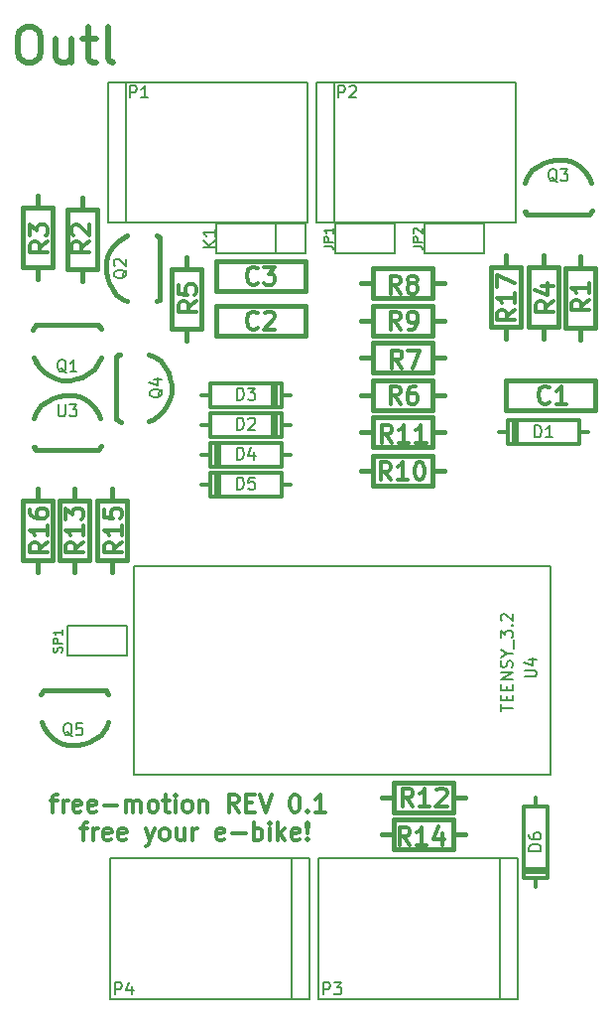
<source format=gto>
G04 (created by PCBNEW (2013-07-07 BZR 4022)-stable) date 23.08.2017 13:38:22*
%MOIN*%
G04 Gerber Fmt 3.4, Leading zero omitted, Abs format*
%FSLAX34Y34*%
G01*
G70*
G90*
G04 APERTURE LIST*
%ADD10C,0.00590551*%
%ADD11C,0.011811*%
%ADD12C,0.015*%
%ADD13C,0.006*%
%ADD14C,0.012*%
%ADD15C,0.008*%
%ADD16C,0.0197*%
G04 APERTURE END LIST*
G54D10*
G54D11*
X51434Y-39845D02*
X51659Y-39845D01*
X51519Y-40239D02*
X51519Y-39732D01*
X51547Y-39676D01*
X51603Y-39648D01*
X51659Y-39648D01*
X51856Y-40239D02*
X51856Y-39845D01*
X51856Y-39957D02*
X51884Y-39901D01*
X51913Y-39873D01*
X51969Y-39845D01*
X52025Y-39845D01*
X52447Y-40210D02*
X52391Y-40239D01*
X52278Y-40239D01*
X52222Y-40210D01*
X52194Y-40154D01*
X52194Y-39929D01*
X52222Y-39873D01*
X52278Y-39845D01*
X52391Y-39845D01*
X52447Y-39873D01*
X52475Y-39929D01*
X52475Y-39985D01*
X52194Y-40042D01*
X52953Y-40210D02*
X52897Y-40239D01*
X52784Y-40239D01*
X52728Y-40210D01*
X52700Y-40154D01*
X52700Y-39929D01*
X52728Y-39873D01*
X52784Y-39845D01*
X52897Y-39845D01*
X52953Y-39873D01*
X52981Y-39929D01*
X52981Y-39985D01*
X52700Y-40042D01*
X53234Y-40014D02*
X53684Y-40014D01*
X53965Y-40239D02*
X53965Y-39845D01*
X53965Y-39901D02*
X53994Y-39873D01*
X54050Y-39845D01*
X54134Y-39845D01*
X54190Y-39873D01*
X54219Y-39929D01*
X54219Y-40239D01*
X54219Y-39929D02*
X54247Y-39873D01*
X54303Y-39845D01*
X54387Y-39845D01*
X54443Y-39873D01*
X54472Y-39929D01*
X54472Y-40239D01*
X54837Y-40239D02*
X54781Y-40210D01*
X54753Y-40182D01*
X54725Y-40126D01*
X54725Y-39957D01*
X54753Y-39901D01*
X54781Y-39873D01*
X54837Y-39845D01*
X54922Y-39845D01*
X54978Y-39873D01*
X55006Y-39901D01*
X55034Y-39957D01*
X55034Y-40126D01*
X55006Y-40182D01*
X54978Y-40210D01*
X54922Y-40239D01*
X54837Y-40239D01*
X55203Y-39845D02*
X55428Y-39845D01*
X55287Y-39648D02*
X55287Y-40154D01*
X55315Y-40210D01*
X55371Y-40239D01*
X55428Y-40239D01*
X55625Y-40239D02*
X55625Y-39845D01*
X55625Y-39648D02*
X55596Y-39676D01*
X55625Y-39704D01*
X55653Y-39676D01*
X55625Y-39648D01*
X55625Y-39704D01*
X55990Y-40239D02*
X55934Y-40210D01*
X55906Y-40182D01*
X55878Y-40126D01*
X55878Y-39957D01*
X55906Y-39901D01*
X55934Y-39873D01*
X55990Y-39845D01*
X56075Y-39845D01*
X56131Y-39873D01*
X56159Y-39901D01*
X56187Y-39957D01*
X56187Y-40126D01*
X56159Y-40182D01*
X56131Y-40210D01*
X56075Y-40239D01*
X55990Y-40239D01*
X56440Y-39845D02*
X56440Y-40239D01*
X56440Y-39901D02*
X56468Y-39873D01*
X56524Y-39845D01*
X56609Y-39845D01*
X56665Y-39873D01*
X56693Y-39929D01*
X56693Y-40239D01*
X57762Y-40239D02*
X57565Y-39957D01*
X57424Y-40239D02*
X57424Y-39648D01*
X57649Y-39648D01*
X57706Y-39676D01*
X57734Y-39704D01*
X57762Y-39760D01*
X57762Y-39845D01*
X57734Y-39901D01*
X57706Y-39929D01*
X57649Y-39957D01*
X57424Y-39957D01*
X58015Y-39929D02*
X58212Y-39929D01*
X58296Y-40239D02*
X58015Y-40239D01*
X58015Y-39648D01*
X58296Y-39648D01*
X58465Y-39648D02*
X58662Y-40239D01*
X58859Y-39648D01*
X59618Y-39648D02*
X59674Y-39648D01*
X59730Y-39676D01*
X59758Y-39704D01*
X59787Y-39760D01*
X59815Y-39873D01*
X59815Y-40014D01*
X59787Y-40126D01*
X59758Y-40182D01*
X59730Y-40210D01*
X59674Y-40239D01*
X59618Y-40239D01*
X59562Y-40210D01*
X59533Y-40182D01*
X59505Y-40126D01*
X59477Y-40014D01*
X59477Y-39873D01*
X59505Y-39760D01*
X59533Y-39704D01*
X59562Y-39676D01*
X59618Y-39648D01*
X60068Y-40182D02*
X60096Y-40210D01*
X60068Y-40239D01*
X60040Y-40210D01*
X60068Y-40182D01*
X60068Y-40239D01*
X60658Y-40239D02*
X60321Y-40239D01*
X60490Y-40239D02*
X60490Y-39648D01*
X60433Y-39732D01*
X60377Y-39789D01*
X60321Y-39817D01*
X52447Y-40790D02*
X52672Y-40790D01*
X52531Y-41183D02*
X52531Y-40677D01*
X52559Y-40621D01*
X52616Y-40593D01*
X52672Y-40593D01*
X52869Y-41183D02*
X52869Y-40790D01*
X52869Y-40902D02*
X52897Y-40846D01*
X52925Y-40818D01*
X52981Y-40790D01*
X53037Y-40790D01*
X53459Y-41155D02*
X53403Y-41183D01*
X53291Y-41183D01*
X53234Y-41155D01*
X53206Y-41099D01*
X53206Y-40874D01*
X53234Y-40818D01*
X53291Y-40790D01*
X53403Y-40790D01*
X53459Y-40818D01*
X53487Y-40874D01*
X53487Y-40930D01*
X53206Y-40987D01*
X53965Y-41155D02*
X53909Y-41183D01*
X53797Y-41183D01*
X53740Y-41155D01*
X53712Y-41099D01*
X53712Y-40874D01*
X53740Y-40818D01*
X53797Y-40790D01*
X53909Y-40790D01*
X53965Y-40818D01*
X53994Y-40874D01*
X53994Y-40930D01*
X53712Y-40987D01*
X54640Y-40790D02*
X54781Y-41183D01*
X54922Y-40790D02*
X54781Y-41183D01*
X54725Y-41324D01*
X54697Y-41352D01*
X54640Y-41380D01*
X55231Y-41183D02*
X55175Y-41155D01*
X55147Y-41127D01*
X55118Y-41071D01*
X55118Y-40902D01*
X55147Y-40846D01*
X55175Y-40818D01*
X55231Y-40790D01*
X55315Y-40790D01*
X55371Y-40818D01*
X55400Y-40846D01*
X55428Y-40902D01*
X55428Y-41071D01*
X55400Y-41127D01*
X55371Y-41155D01*
X55315Y-41183D01*
X55231Y-41183D01*
X55934Y-40790D02*
X55934Y-41183D01*
X55681Y-40790D02*
X55681Y-41099D01*
X55709Y-41155D01*
X55765Y-41183D01*
X55850Y-41183D01*
X55906Y-41155D01*
X55934Y-41127D01*
X56215Y-41183D02*
X56215Y-40790D01*
X56215Y-40902D02*
X56243Y-40846D01*
X56271Y-40818D01*
X56328Y-40790D01*
X56384Y-40790D01*
X57256Y-41155D02*
X57199Y-41183D01*
X57087Y-41183D01*
X57031Y-41155D01*
X57003Y-41099D01*
X57003Y-40874D01*
X57031Y-40818D01*
X57087Y-40790D01*
X57199Y-40790D01*
X57256Y-40818D01*
X57284Y-40874D01*
X57284Y-40930D01*
X57003Y-40987D01*
X57537Y-40958D02*
X57987Y-40958D01*
X58268Y-41183D02*
X58268Y-40593D01*
X58268Y-40818D02*
X58324Y-40790D01*
X58437Y-40790D01*
X58493Y-40818D01*
X58521Y-40846D01*
X58549Y-40902D01*
X58549Y-41071D01*
X58521Y-41127D01*
X58493Y-41155D01*
X58437Y-41183D01*
X58324Y-41183D01*
X58268Y-41155D01*
X58802Y-41183D02*
X58802Y-40790D01*
X58802Y-40593D02*
X58774Y-40621D01*
X58802Y-40649D01*
X58830Y-40621D01*
X58802Y-40593D01*
X58802Y-40649D01*
X59084Y-41183D02*
X59084Y-40593D01*
X59140Y-40958D02*
X59308Y-41183D01*
X59308Y-40790D02*
X59084Y-41015D01*
X59787Y-41155D02*
X59730Y-41183D01*
X59618Y-41183D01*
X59562Y-41155D01*
X59533Y-41099D01*
X59533Y-40874D01*
X59562Y-40818D01*
X59618Y-40790D01*
X59730Y-40790D01*
X59787Y-40818D01*
X59815Y-40874D01*
X59815Y-40930D01*
X59533Y-40987D01*
X60068Y-41127D02*
X60096Y-41155D01*
X60068Y-41183D01*
X60040Y-41155D01*
X60068Y-41127D01*
X60068Y-41183D01*
X60068Y-40958D02*
X60040Y-40621D01*
X60068Y-40593D01*
X60096Y-40621D01*
X60068Y-40958D01*
X60068Y-40593D01*
G54D12*
X53900Y-23050D02*
X54000Y-23100D01*
X55100Y-23050D02*
X55000Y-23100D01*
X53890Y-20955D02*
X54010Y-20900D01*
X53300Y-22000D02*
X53300Y-21800D01*
X53300Y-21800D02*
X53350Y-21600D01*
X53350Y-21600D02*
X53450Y-21400D01*
X53450Y-21400D02*
X53550Y-21250D01*
X53550Y-21250D02*
X53700Y-21100D01*
X53700Y-21100D02*
X53900Y-20950D01*
X55000Y-20900D02*
X55100Y-20950D01*
X53900Y-23050D02*
X53650Y-22900D01*
X53650Y-22900D02*
X53500Y-22650D01*
X53500Y-22650D02*
X53400Y-22500D01*
X53400Y-22500D02*
X53350Y-22300D01*
X53350Y-22300D02*
X53300Y-22100D01*
X53300Y-22100D02*
X53300Y-22000D01*
X55100Y-23050D02*
X55100Y-20950D01*
X51000Y-21969D02*
X51000Y-22369D01*
X51000Y-19969D02*
X51000Y-19569D01*
X50500Y-21969D02*
X50500Y-19969D01*
X50500Y-19969D02*
X51500Y-19969D01*
X51500Y-19969D02*
X51500Y-21969D01*
X51500Y-21969D02*
X50500Y-21969D01*
X52250Y-29781D02*
X52250Y-29381D01*
X52250Y-31781D02*
X52250Y-32181D01*
X52750Y-29781D02*
X52750Y-31781D01*
X52750Y-31781D02*
X51750Y-31781D01*
X51750Y-31781D02*
X51750Y-29781D01*
X51750Y-29781D02*
X52750Y-29781D01*
X53500Y-29781D02*
X53500Y-29381D01*
X53500Y-31781D02*
X53500Y-32181D01*
X54000Y-29781D02*
X54000Y-31781D01*
X54000Y-31781D02*
X53000Y-31781D01*
X53000Y-31781D02*
X53000Y-29781D01*
X53000Y-29781D02*
X54000Y-29781D01*
X66750Y-23969D02*
X66750Y-24369D01*
X66750Y-21969D02*
X66750Y-21569D01*
X66250Y-23969D02*
X66250Y-21969D01*
X66250Y-21969D02*
X67250Y-21969D01*
X67250Y-21969D02*
X67250Y-23969D01*
X67250Y-23969D02*
X66250Y-23969D01*
X51000Y-29781D02*
X51000Y-29381D01*
X51000Y-31781D02*
X51000Y-32181D01*
X51500Y-29781D02*
X51500Y-31781D01*
X51500Y-31781D02*
X50500Y-31781D01*
X50500Y-31781D02*
X50500Y-29781D01*
X50500Y-29781D02*
X51500Y-29781D01*
X68000Y-23969D02*
X68000Y-24369D01*
X68000Y-21969D02*
X68000Y-21569D01*
X67500Y-23969D02*
X67500Y-21969D01*
X67500Y-21969D02*
X68500Y-21969D01*
X68500Y-21969D02*
X68500Y-23969D01*
X68500Y-23969D02*
X67500Y-23969D01*
X62281Y-22500D02*
X61881Y-22500D01*
X64281Y-22500D02*
X64681Y-22500D01*
X62281Y-22000D02*
X64281Y-22000D01*
X64281Y-22000D02*
X64281Y-23000D01*
X64281Y-23000D02*
X62281Y-23000D01*
X62281Y-23000D02*
X62281Y-22000D01*
X64269Y-25000D02*
X64669Y-25000D01*
X62269Y-25000D02*
X61869Y-25000D01*
X64269Y-25500D02*
X62269Y-25500D01*
X62269Y-25500D02*
X62269Y-24500D01*
X62269Y-24500D02*
X64269Y-24500D01*
X64269Y-24500D02*
X64269Y-25500D01*
X62281Y-23750D02*
X61881Y-23750D01*
X64281Y-23750D02*
X64681Y-23750D01*
X62281Y-23250D02*
X64281Y-23250D01*
X64281Y-23250D02*
X64281Y-24250D01*
X64281Y-24250D02*
X62281Y-24250D01*
X62281Y-24250D02*
X62281Y-23250D01*
X56000Y-22031D02*
X56000Y-21631D01*
X56000Y-24031D02*
X56000Y-24431D01*
X56500Y-22031D02*
X56500Y-24031D01*
X56500Y-24031D02*
X55500Y-24031D01*
X55500Y-24031D02*
X55500Y-22031D01*
X55500Y-22031D02*
X56500Y-22031D01*
X52500Y-20031D02*
X52500Y-19631D01*
X52500Y-22031D02*
X52500Y-22431D01*
X53000Y-20031D02*
X53000Y-22031D01*
X53000Y-22031D02*
X52000Y-22031D01*
X52000Y-22031D02*
X52000Y-20031D01*
X52000Y-20031D02*
X53000Y-20031D01*
X64269Y-28800D02*
X64669Y-28800D01*
X62269Y-28800D02*
X61869Y-28800D01*
X64269Y-29300D02*
X62269Y-29300D01*
X62269Y-29300D02*
X62269Y-28300D01*
X62269Y-28300D02*
X64269Y-28300D01*
X64269Y-28300D02*
X64269Y-29300D01*
X62281Y-27500D02*
X61881Y-27500D01*
X64281Y-27500D02*
X64681Y-27500D01*
X62281Y-27000D02*
X64281Y-27000D01*
X64281Y-27000D02*
X64281Y-28000D01*
X64281Y-28000D02*
X62281Y-28000D01*
X62281Y-28000D02*
X62281Y-27000D01*
X64969Y-41000D02*
X65369Y-41000D01*
X62969Y-41000D02*
X62569Y-41000D01*
X64969Y-41500D02*
X62969Y-41500D01*
X62969Y-41500D02*
X62969Y-40500D01*
X62969Y-40500D02*
X64969Y-40500D01*
X64969Y-40500D02*
X64969Y-41500D01*
X64969Y-39750D02*
X65369Y-39750D01*
X62969Y-39750D02*
X62569Y-39750D01*
X64969Y-40250D02*
X62969Y-40250D01*
X62969Y-40250D02*
X62969Y-39250D01*
X62969Y-39250D02*
X64969Y-39250D01*
X64969Y-39250D02*
X64969Y-40250D01*
X69250Y-21981D02*
X69250Y-21581D01*
X69250Y-23981D02*
X69250Y-24381D01*
X69750Y-21981D02*
X69750Y-23981D01*
X69750Y-23981D02*
X68750Y-23981D01*
X68750Y-23981D02*
X68750Y-21981D01*
X68750Y-21981D02*
X69750Y-21981D01*
X62281Y-26250D02*
X61881Y-26250D01*
X64281Y-26250D02*
X64681Y-26250D01*
X62281Y-25750D02*
X64281Y-25750D01*
X64281Y-25750D02*
X64281Y-26750D01*
X64281Y-26750D02*
X62281Y-26750D01*
X62281Y-26750D02*
X62281Y-25750D01*
G54D13*
X60000Y-20500D02*
X60000Y-21500D01*
X60000Y-21500D02*
X57000Y-21500D01*
X57000Y-21500D02*
X57000Y-20500D01*
X57000Y-20500D02*
X60000Y-20500D01*
X59000Y-21500D02*
X59000Y-20500D01*
X54000Y-34000D02*
X54000Y-35000D01*
X54000Y-35000D02*
X52000Y-35000D01*
X52000Y-35000D02*
X52000Y-34000D01*
X52000Y-34000D02*
X54000Y-34000D01*
X64000Y-21500D02*
X64000Y-20500D01*
X64000Y-20500D02*
X66000Y-20500D01*
X66000Y-20500D02*
X66000Y-21500D01*
X66000Y-21500D02*
X64000Y-21500D01*
X61000Y-21500D02*
X61000Y-20500D01*
X61000Y-20500D02*
X63000Y-20500D01*
X63000Y-20500D02*
X63000Y-21500D01*
X63000Y-21500D02*
X61000Y-21500D01*
G54D14*
X66500Y-27500D02*
X66800Y-27500D01*
X66800Y-27500D02*
X66800Y-27900D01*
X66800Y-27900D02*
X69200Y-27900D01*
X69200Y-27900D02*
X69200Y-27500D01*
X69200Y-27500D02*
X69500Y-27500D01*
X69200Y-27500D02*
X69200Y-27100D01*
X69200Y-27100D02*
X66800Y-27100D01*
X66800Y-27100D02*
X66800Y-27500D01*
X67000Y-27900D02*
X67000Y-27100D01*
X67100Y-27100D02*
X67100Y-27900D01*
X56500Y-29250D02*
X56800Y-29250D01*
X56800Y-29250D02*
X56800Y-29650D01*
X56800Y-29650D02*
X59200Y-29650D01*
X59200Y-29650D02*
X59200Y-29250D01*
X59200Y-29250D02*
X59500Y-29250D01*
X59200Y-29250D02*
X59200Y-28850D01*
X59200Y-28850D02*
X56800Y-28850D01*
X56800Y-28850D02*
X56800Y-29250D01*
X57000Y-29650D02*
X57000Y-28850D01*
X57100Y-28850D02*
X57100Y-29650D01*
X56500Y-28250D02*
X56800Y-28250D01*
X56800Y-28250D02*
X56800Y-28650D01*
X56800Y-28650D02*
X59200Y-28650D01*
X59200Y-28650D02*
X59200Y-28250D01*
X59200Y-28250D02*
X59500Y-28250D01*
X59200Y-28250D02*
X59200Y-27850D01*
X59200Y-27850D02*
X56800Y-27850D01*
X56800Y-27850D02*
X56800Y-28250D01*
X57000Y-28650D02*
X57000Y-27850D01*
X57100Y-27850D02*
X57100Y-28650D01*
X59500Y-27250D02*
X59200Y-27250D01*
X59200Y-27250D02*
X59200Y-26850D01*
X59200Y-26850D02*
X56800Y-26850D01*
X56800Y-26850D02*
X56800Y-27250D01*
X56800Y-27250D02*
X56500Y-27250D01*
X56800Y-27250D02*
X56800Y-27650D01*
X56800Y-27650D02*
X59200Y-27650D01*
X59200Y-27650D02*
X59200Y-27250D01*
X59000Y-26850D02*
X59000Y-27650D01*
X58900Y-27650D02*
X58900Y-26850D01*
X59500Y-26250D02*
X59200Y-26250D01*
X59200Y-26250D02*
X59200Y-25850D01*
X59200Y-25850D02*
X56800Y-25850D01*
X56800Y-25850D02*
X56800Y-26250D01*
X56800Y-26250D02*
X56500Y-26250D01*
X56800Y-26250D02*
X56800Y-26650D01*
X56800Y-26650D02*
X59200Y-26650D01*
X59200Y-26650D02*
X59200Y-26250D01*
X59000Y-25850D02*
X59000Y-26650D01*
X58900Y-26650D02*
X58900Y-25850D01*
X67750Y-42750D02*
X67750Y-42450D01*
X67750Y-42450D02*
X68150Y-42450D01*
X68150Y-42450D02*
X68150Y-40050D01*
X68150Y-40050D02*
X67750Y-40050D01*
X67750Y-40050D02*
X67750Y-39750D01*
X67750Y-40050D02*
X67350Y-40050D01*
X67350Y-40050D02*
X67350Y-42450D01*
X67350Y-42450D02*
X67750Y-42450D01*
X68150Y-42250D02*
X67350Y-42250D01*
X67350Y-42150D02*
X68150Y-42150D01*
G54D12*
X60000Y-24250D02*
X60000Y-23250D01*
X60000Y-23250D02*
X57000Y-23250D01*
X57000Y-23250D02*
X57000Y-24250D01*
X57000Y-24250D02*
X60000Y-24250D01*
X60000Y-22750D02*
X60000Y-21750D01*
X60000Y-21750D02*
X57000Y-21750D01*
X57000Y-21750D02*
X57000Y-22750D01*
X57000Y-22750D02*
X60000Y-22750D01*
X69750Y-26750D02*
X69750Y-25750D01*
X69750Y-25750D02*
X66750Y-25750D01*
X66750Y-25750D02*
X66750Y-26750D01*
X66750Y-26750D02*
X69750Y-26750D01*
X51200Y-36150D02*
X51100Y-36300D01*
X53300Y-37410D02*
X53380Y-37225D01*
X53350Y-36205D02*
X53380Y-36275D01*
X51205Y-37390D02*
X51135Y-37225D01*
X52250Y-38000D02*
X52050Y-38000D01*
X52050Y-38000D02*
X51850Y-37950D01*
X51850Y-37950D02*
X51650Y-37850D01*
X51650Y-37850D02*
X51500Y-37750D01*
X51500Y-37750D02*
X51350Y-37600D01*
X51350Y-37600D02*
X51200Y-37400D01*
X53300Y-37400D02*
X53150Y-37650D01*
X53150Y-37650D02*
X52900Y-37800D01*
X52900Y-37800D02*
X52750Y-37900D01*
X52750Y-37900D02*
X52550Y-37950D01*
X52550Y-37950D02*
X52350Y-38000D01*
X52350Y-38000D02*
X52250Y-38000D01*
X53300Y-36150D02*
X53350Y-36250D01*
X53300Y-36150D02*
X51200Y-36150D01*
X69550Y-20200D02*
X69650Y-20050D01*
X67450Y-18940D02*
X67370Y-19125D01*
X67400Y-20145D02*
X67370Y-20075D01*
X69545Y-18960D02*
X69615Y-19125D01*
X68500Y-18350D02*
X68700Y-18350D01*
X68700Y-18350D02*
X68900Y-18400D01*
X68900Y-18400D02*
X69100Y-18500D01*
X69100Y-18500D02*
X69250Y-18600D01*
X69250Y-18600D02*
X69400Y-18750D01*
X69400Y-18750D02*
X69550Y-18950D01*
X67450Y-18950D02*
X67600Y-18700D01*
X67600Y-18700D02*
X67850Y-18550D01*
X67850Y-18550D02*
X68000Y-18450D01*
X68000Y-18450D02*
X68200Y-18400D01*
X68200Y-18400D02*
X68400Y-18350D01*
X68400Y-18350D02*
X68500Y-18350D01*
X67450Y-20200D02*
X67400Y-20100D01*
X67450Y-20200D02*
X69550Y-20200D01*
X50950Y-23900D02*
X50850Y-24050D01*
X53050Y-25160D02*
X53130Y-24975D01*
X53100Y-23955D02*
X53130Y-24025D01*
X50955Y-25140D02*
X50885Y-24975D01*
X52000Y-25750D02*
X51800Y-25750D01*
X51800Y-25750D02*
X51600Y-25700D01*
X51600Y-25700D02*
X51400Y-25600D01*
X51400Y-25600D02*
X51250Y-25500D01*
X51250Y-25500D02*
X51100Y-25350D01*
X51100Y-25350D02*
X50950Y-25150D01*
X53050Y-25150D02*
X52900Y-25400D01*
X52900Y-25400D02*
X52650Y-25550D01*
X52650Y-25550D02*
X52500Y-25650D01*
X52500Y-25650D02*
X52300Y-25700D01*
X52300Y-25700D02*
X52100Y-25750D01*
X52100Y-25750D02*
X52000Y-25750D01*
X53050Y-23900D02*
X53100Y-24000D01*
X53050Y-23900D02*
X50950Y-23900D01*
X53650Y-27050D02*
X53800Y-27150D01*
X54910Y-24950D02*
X54725Y-24870D01*
X53705Y-24900D02*
X53775Y-24870D01*
X54890Y-27045D02*
X54725Y-27115D01*
X55500Y-26000D02*
X55500Y-26200D01*
X55500Y-26200D02*
X55450Y-26400D01*
X55450Y-26400D02*
X55350Y-26600D01*
X55350Y-26600D02*
X55250Y-26750D01*
X55250Y-26750D02*
X55100Y-26900D01*
X55100Y-26900D02*
X54900Y-27050D01*
X54900Y-24950D02*
X55150Y-25100D01*
X55150Y-25100D02*
X55300Y-25350D01*
X55300Y-25350D02*
X55400Y-25500D01*
X55400Y-25500D02*
X55450Y-25700D01*
X55450Y-25700D02*
X55500Y-25900D01*
X55500Y-25900D02*
X55500Y-26000D01*
X53650Y-24950D02*
X53750Y-24900D01*
X53650Y-24950D02*
X53650Y-27050D01*
G54D10*
X53956Y-20468D02*
X53464Y-20468D01*
X53464Y-20468D02*
X53366Y-20468D01*
X53366Y-20468D02*
X53366Y-15744D01*
X53366Y-15744D02*
X53956Y-15744D01*
X53956Y-15744D02*
X60059Y-15744D01*
X60059Y-15744D02*
X60059Y-18500D01*
X60059Y-18500D02*
X60059Y-20468D01*
X60059Y-20468D02*
X53956Y-20468D01*
X53956Y-20468D02*
X53956Y-18500D01*
X53956Y-18500D02*
X53956Y-15744D01*
X60956Y-20468D02*
X60464Y-20468D01*
X60464Y-20468D02*
X60366Y-20468D01*
X60366Y-20468D02*
X60366Y-15744D01*
X60366Y-15744D02*
X60956Y-15744D01*
X60956Y-15744D02*
X67059Y-15744D01*
X67059Y-15744D02*
X67059Y-18500D01*
X67059Y-18500D02*
X67059Y-20468D01*
X67059Y-20468D02*
X60956Y-20468D01*
X60956Y-20468D02*
X60956Y-18500D01*
X60956Y-18500D02*
X60956Y-15744D01*
X66543Y-41781D02*
X67035Y-41781D01*
X67035Y-41781D02*
X67133Y-41781D01*
X67133Y-41781D02*
X67133Y-46505D01*
X67133Y-46505D02*
X66543Y-46505D01*
X66543Y-46505D02*
X60440Y-46505D01*
X60440Y-46505D02*
X60440Y-43750D01*
X60440Y-43750D02*
X60440Y-41781D01*
X60440Y-41781D02*
X66543Y-41781D01*
X66543Y-41781D02*
X66543Y-43750D01*
X66543Y-43750D02*
X66543Y-46505D01*
X59543Y-41781D02*
X60035Y-41781D01*
X60035Y-41781D02*
X60133Y-41781D01*
X60133Y-41781D02*
X60133Y-46505D01*
X60133Y-46505D02*
X59543Y-46505D01*
X59543Y-46505D02*
X53440Y-46505D01*
X53440Y-46505D02*
X53440Y-43750D01*
X53440Y-43750D02*
X53440Y-41781D01*
X53440Y-41781D02*
X59543Y-41781D01*
X59543Y-41781D02*
X59543Y-43750D01*
X59543Y-43750D02*
X59543Y-46505D01*
G54D12*
X53050Y-28100D02*
X53150Y-27950D01*
X50950Y-26840D02*
X50870Y-27025D01*
X50900Y-28045D02*
X50870Y-27975D01*
X53045Y-26860D02*
X53115Y-27025D01*
X52000Y-26250D02*
X52200Y-26250D01*
X52200Y-26250D02*
X52400Y-26300D01*
X52400Y-26300D02*
X52600Y-26400D01*
X52600Y-26400D02*
X52750Y-26500D01*
X52750Y-26500D02*
X52900Y-26650D01*
X52900Y-26650D02*
X53050Y-26850D01*
X50950Y-26850D02*
X51100Y-26600D01*
X51100Y-26600D02*
X51350Y-26450D01*
X51350Y-26450D02*
X51500Y-26350D01*
X51500Y-26350D02*
X51700Y-26300D01*
X51700Y-26300D02*
X51900Y-26250D01*
X51900Y-26250D02*
X52000Y-26250D01*
X50950Y-28100D02*
X50900Y-28000D01*
X50950Y-28100D02*
X53050Y-28100D01*
G54D10*
X54250Y-32000D02*
X54250Y-39000D01*
X54250Y-39000D02*
X68250Y-39000D01*
X68250Y-39000D02*
X68250Y-32000D01*
X68250Y-32000D02*
X54250Y-32000D01*
X53996Y-22037D02*
X53978Y-22074D01*
X53940Y-22112D01*
X53884Y-22168D01*
X53865Y-22206D01*
X53865Y-22243D01*
X53959Y-22224D02*
X53940Y-22262D01*
X53903Y-22299D01*
X53828Y-22318D01*
X53696Y-22318D01*
X53621Y-22299D01*
X53584Y-22262D01*
X53565Y-22224D01*
X53565Y-22149D01*
X53584Y-22112D01*
X53621Y-22074D01*
X53696Y-22056D01*
X53828Y-22056D01*
X53903Y-22074D01*
X53940Y-22112D01*
X53959Y-22149D01*
X53959Y-22224D01*
X53603Y-21906D02*
X53584Y-21887D01*
X53565Y-21850D01*
X53565Y-21756D01*
X53584Y-21718D01*
X53603Y-21700D01*
X53640Y-21681D01*
X53678Y-21681D01*
X53734Y-21700D01*
X53959Y-21925D01*
X53959Y-21681D01*
G54D14*
X51342Y-21100D02*
X51057Y-21300D01*
X51342Y-21442D02*
X50742Y-21442D01*
X50742Y-21214D01*
X50771Y-21157D01*
X50800Y-21128D01*
X50857Y-21100D01*
X50942Y-21100D01*
X51000Y-21128D01*
X51028Y-21157D01*
X51057Y-21214D01*
X51057Y-21442D01*
X50742Y-20900D02*
X50742Y-20528D01*
X50971Y-20728D01*
X50971Y-20642D01*
X51000Y-20585D01*
X51028Y-20557D01*
X51085Y-20528D01*
X51228Y-20528D01*
X51285Y-20557D01*
X51314Y-20585D01*
X51342Y-20642D01*
X51342Y-20814D01*
X51314Y-20871D01*
X51285Y-20900D01*
X52542Y-31185D02*
X52257Y-31385D01*
X52542Y-31528D02*
X51942Y-31528D01*
X51942Y-31300D01*
X51971Y-31242D01*
X52000Y-31214D01*
X52057Y-31185D01*
X52142Y-31185D01*
X52200Y-31214D01*
X52228Y-31242D01*
X52257Y-31300D01*
X52257Y-31528D01*
X52542Y-30614D02*
X52542Y-30957D01*
X52542Y-30785D02*
X51942Y-30785D01*
X52028Y-30842D01*
X52085Y-30900D01*
X52114Y-30957D01*
X51942Y-30414D02*
X51942Y-30042D01*
X52171Y-30242D01*
X52171Y-30157D01*
X52200Y-30100D01*
X52228Y-30071D01*
X52285Y-30042D01*
X52428Y-30042D01*
X52485Y-30071D01*
X52514Y-30100D01*
X52542Y-30157D01*
X52542Y-30328D01*
X52514Y-30385D01*
X52485Y-30414D01*
X53842Y-31185D02*
X53557Y-31385D01*
X53842Y-31528D02*
X53242Y-31528D01*
X53242Y-31300D01*
X53271Y-31242D01*
X53300Y-31214D01*
X53357Y-31185D01*
X53442Y-31185D01*
X53500Y-31214D01*
X53528Y-31242D01*
X53557Y-31300D01*
X53557Y-31528D01*
X53842Y-30614D02*
X53842Y-30957D01*
X53842Y-30785D02*
X53242Y-30785D01*
X53328Y-30842D01*
X53385Y-30900D01*
X53414Y-30957D01*
X53242Y-30071D02*
X53242Y-30357D01*
X53528Y-30385D01*
X53500Y-30357D01*
X53471Y-30300D01*
X53471Y-30157D01*
X53500Y-30100D01*
X53528Y-30071D01*
X53585Y-30042D01*
X53728Y-30042D01*
X53785Y-30071D01*
X53814Y-30100D01*
X53842Y-30157D01*
X53842Y-30300D01*
X53814Y-30357D01*
X53785Y-30385D01*
X67042Y-23385D02*
X66757Y-23585D01*
X67042Y-23728D02*
X66442Y-23728D01*
X66442Y-23500D01*
X66471Y-23442D01*
X66500Y-23414D01*
X66557Y-23385D01*
X66642Y-23385D01*
X66700Y-23414D01*
X66728Y-23442D01*
X66757Y-23500D01*
X66757Y-23728D01*
X67042Y-22814D02*
X67042Y-23157D01*
X67042Y-22985D02*
X66442Y-22985D01*
X66528Y-23042D01*
X66585Y-23100D01*
X66614Y-23157D01*
X66442Y-22614D02*
X66442Y-22214D01*
X67042Y-22471D01*
X51342Y-31185D02*
X51057Y-31385D01*
X51342Y-31528D02*
X50742Y-31528D01*
X50742Y-31300D01*
X50771Y-31242D01*
X50800Y-31214D01*
X50857Y-31185D01*
X50942Y-31185D01*
X51000Y-31214D01*
X51028Y-31242D01*
X51057Y-31300D01*
X51057Y-31528D01*
X51342Y-30614D02*
X51342Y-30957D01*
X51342Y-30785D02*
X50742Y-30785D01*
X50828Y-30842D01*
X50885Y-30900D01*
X50914Y-30957D01*
X50742Y-30100D02*
X50742Y-30214D01*
X50771Y-30271D01*
X50800Y-30300D01*
X50885Y-30357D01*
X51000Y-30385D01*
X51228Y-30385D01*
X51285Y-30357D01*
X51314Y-30328D01*
X51342Y-30271D01*
X51342Y-30157D01*
X51314Y-30100D01*
X51285Y-30071D01*
X51228Y-30042D01*
X51085Y-30042D01*
X51028Y-30071D01*
X51000Y-30100D01*
X50971Y-30157D01*
X50971Y-30271D01*
X51000Y-30328D01*
X51028Y-30357D01*
X51085Y-30385D01*
X68342Y-23100D02*
X68057Y-23300D01*
X68342Y-23442D02*
X67742Y-23442D01*
X67742Y-23214D01*
X67771Y-23157D01*
X67800Y-23128D01*
X67857Y-23100D01*
X67942Y-23100D01*
X68000Y-23128D01*
X68028Y-23157D01*
X68057Y-23214D01*
X68057Y-23442D01*
X67942Y-22585D02*
X68342Y-22585D01*
X67714Y-22728D02*
X68142Y-22871D01*
X68142Y-22500D01*
X63200Y-22842D02*
X63000Y-22557D01*
X62857Y-22842D02*
X62857Y-22242D01*
X63085Y-22242D01*
X63142Y-22271D01*
X63171Y-22300D01*
X63200Y-22357D01*
X63200Y-22442D01*
X63171Y-22500D01*
X63142Y-22528D01*
X63085Y-22557D01*
X62857Y-22557D01*
X63542Y-22500D02*
X63485Y-22471D01*
X63457Y-22442D01*
X63428Y-22385D01*
X63428Y-22357D01*
X63457Y-22300D01*
X63485Y-22271D01*
X63542Y-22242D01*
X63657Y-22242D01*
X63714Y-22271D01*
X63742Y-22300D01*
X63771Y-22357D01*
X63771Y-22385D01*
X63742Y-22442D01*
X63714Y-22471D01*
X63657Y-22500D01*
X63542Y-22500D01*
X63485Y-22528D01*
X63457Y-22557D01*
X63428Y-22614D01*
X63428Y-22728D01*
X63457Y-22785D01*
X63485Y-22814D01*
X63542Y-22842D01*
X63657Y-22842D01*
X63714Y-22814D01*
X63742Y-22785D01*
X63771Y-22728D01*
X63771Y-22614D01*
X63742Y-22557D01*
X63714Y-22528D01*
X63657Y-22500D01*
X63250Y-25342D02*
X63050Y-25057D01*
X62907Y-25342D02*
X62907Y-24742D01*
X63135Y-24742D01*
X63192Y-24771D01*
X63221Y-24800D01*
X63250Y-24857D01*
X63250Y-24942D01*
X63221Y-25000D01*
X63192Y-25028D01*
X63135Y-25057D01*
X62907Y-25057D01*
X63450Y-24742D02*
X63850Y-24742D01*
X63592Y-25342D01*
X63200Y-24042D02*
X63000Y-23757D01*
X62857Y-24042D02*
X62857Y-23442D01*
X63085Y-23442D01*
X63142Y-23471D01*
X63171Y-23500D01*
X63200Y-23557D01*
X63200Y-23642D01*
X63171Y-23700D01*
X63142Y-23728D01*
X63085Y-23757D01*
X62857Y-23757D01*
X63485Y-24042D02*
X63600Y-24042D01*
X63657Y-24014D01*
X63685Y-23985D01*
X63742Y-23900D01*
X63771Y-23785D01*
X63771Y-23557D01*
X63742Y-23500D01*
X63714Y-23471D01*
X63657Y-23442D01*
X63542Y-23442D01*
X63485Y-23471D01*
X63457Y-23500D01*
X63428Y-23557D01*
X63428Y-23700D01*
X63457Y-23757D01*
X63485Y-23785D01*
X63542Y-23814D01*
X63657Y-23814D01*
X63714Y-23785D01*
X63742Y-23757D01*
X63771Y-23700D01*
X56342Y-23100D02*
X56057Y-23300D01*
X56342Y-23442D02*
X55742Y-23442D01*
X55742Y-23214D01*
X55771Y-23157D01*
X55800Y-23128D01*
X55857Y-23100D01*
X55942Y-23100D01*
X56000Y-23128D01*
X56028Y-23157D01*
X56057Y-23214D01*
X56057Y-23442D01*
X55742Y-22557D02*
X55742Y-22842D01*
X56028Y-22871D01*
X56000Y-22842D01*
X55971Y-22785D01*
X55971Y-22642D01*
X56000Y-22585D01*
X56028Y-22557D01*
X56085Y-22528D01*
X56228Y-22528D01*
X56285Y-22557D01*
X56314Y-22585D01*
X56342Y-22642D01*
X56342Y-22785D01*
X56314Y-22842D01*
X56285Y-22871D01*
X52742Y-21100D02*
X52457Y-21300D01*
X52742Y-21442D02*
X52142Y-21442D01*
X52142Y-21214D01*
X52171Y-21157D01*
X52200Y-21128D01*
X52257Y-21100D01*
X52342Y-21100D01*
X52400Y-21128D01*
X52428Y-21157D01*
X52457Y-21214D01*
X52457Y-21442D01*
X52200Y-20871D02*
X52171Y-20842D01*
X52142Y-20785D01*
X52142Y-20642D01*
X52171Y-20585D01*
X52200Y-20557D01*
X52257Y-20528D01*
X52314Y-20528D01*
X52400Y-20557D01*
X52742Y-20900D01*
X52742Y-20528D01*
X62864Y-29092D02*
X62664Y-28807D01*
X62521Y-29092D02*
X62521Y-28492D01*
X62750Y-28492D01*
X62807Y-28521D01*
X62835Y-28550D01*
X62864Y-28607D01*
X62864Y-28692D01*
X62835Y-28750D01*
X62807Y-28778D01*
X62750Y-28807D01*
X62521Y-28807D01*
X63435Y-29092D02*
X63092Y-29092D01*
X63264Y-29092D02*
X63264Y-28492D01*
X63207Y-28578D01*
X63150Y-28635D01*
X63092Y-28664D01*
X63807Y-28492D02*
X63864Y-28492D01*
X63921Y-28521D01*
X63950Y-28550D01*
X63978Y-28607D01*
X64007Y-28721D01*
X64007Y-28864D01*
X63978Y-28978D01*
X63950Y-29035D01*
X63921Y-29064D01*
X63864Y-29092D01*
X63807Y-29092D01*
X63750Y-29064D01*
X63721Y-29035D01*
X63692Y-28978D01*
X63664Y-28864D01*
X63664Y-28721D01*
X63692Y-28607D01*
X63721Y-28550D01*
X63750Y-28521D01*
X63807Y-28492D01*
X62914Y-27842D02*
X62714Y-27557D01*
X62571Y-27842D02*
X62571Y-27242D01*
X62800Y-27242D01*
X62857Y-27271D01*
X62885Y-27300D01*
X62914Y-27357D01*
X62914Y-27442D01*
X62885Y-27500D01*
X62857Y-27528D01*
X62800Y-27557D01*
X62571Y-27557D01*
X63485Y-27842D02*
X63142Y-27842D01*
X63314Y-27842D02*
X63314Y-27242D01*
X63257Y-27328D01*
X63200Y-27385D01*
X63142Y-27414D01*
X64057Y-27842D02*
X63714Y-27842D01*
X63885Y-27842D02*
X63885Y-27242D01*
X63828Y-27328D01*
X63771Y-27385D01*
X63714Y-27414D01*
X63514Y-41342D02*
X63314Y-41057D01*
X63171Y-41342D02*
X63171Y-40742D01*
X63400Y-40742D01*
X63457Y-40771D01*
X63485Y-40800D01*
X63514Y-40857D01*
X63514Y-40942D01*
X63485Y-41000D01*
X63457Y-41028D01*
X63400Y-41057D01*
X63171Y-41057D01*
X64085Y-41342D02*
X63742Y-41342D01*
X63914Y-41342D02*
X63914Y-40742D01*
X63857Y-40828D01*
X63800Y-40885D01*
X63742Y-40914D01*
X64600Y-40942D02*
X64600Y-41342D01*
X64457Y-40714D02*
X64314Y-41142D01*
X64685Y-41142D01*
X63614Y-40042D02*
X63414Y-39757D01*
X63271Y-40042D02*
X63271Y-39442D01*
X63500Y-39442D01*
X63557Y-39471D01*
X63585Y-39500D01*
X63614Y-39557D01*
X63614Y-39642D01*
X63585Y-39700D01*
X63557Y-39728D01*
X63500Y-39757D01*
X63271Y-39757D01*
X64185Y-40042D02*
X63842Y-40042D01*
X64014Y-40042D02*
X64014Y-39442D01*
X63957Y-39528D01*
X63900Y-39585D01*
X63842Y-39614D01*
X64414Y-39500D02*
X64442Y-39471D01*
X64500Y-39442D01*
X64642Y-39442D01*
X64700Y-39471D01*
X64728Y-39500D01*
X64757Y-39557D01*
X64757Y-39614D01*
X64728Y-39700D01*
X64385Y-40042D01*
X64757Y-40042D01*
X69542Y-23050D02*
X69257Y-23250D01*
X69542Y-23392D02*
X68942Y-23392D01*
X68942Y-23164D01*
X68971Y-23107D01*
X69000Y-23078D01*
X69057Y-23050D01*
X69142Y-23050D01*
X69200Y-23078D01*
X69228Y-23107D01*
X69257Y-23164D01*
X69257Y-23392D01*
X69542Y-22478D02*
X69542Y-22821D01*
X69542Y-22650D02*
X68942Y-22650D01*
X69028Y-22707D01*
X69085Y-22764D01*
X69114Y-22821D01*
X63200Y-26542D02*
X63000Y-26257D01*
X62857Y-26542D02*
X62857Y-25942D01*
X63085Y-25942D01*
X63142Y-25971D01*
X63171Y-26000D01*
X63200Y-26057D01*
X63200Y-26142D01*
X63171Y-26200D01*
X63142Y-26228D01*
X63085Y-26257D01*
X62857Y-26257D01*
X63714Y-25942D02*
X63600Y-25942D01*
X63542Y-25971D01*
X63514Y-26000D01*
X63457Y-26085D01*
X63428Y-26200D01*
X63428Y-26428D01*
X63457Y-26485D01*
X63485Y-26514D01*
X63542Y-26542D01*
X63657Y-26542D01*
X63714Y-26514D01*
X63742Y-26485D01*
X63771Y-26428D01*
X63771Y-26285D01*
X63742Y-26228D01*
X63714Y-26200D01*
X63657Y-26171D01*
X63542Y-26171D01*
X63485Y-26200D01*
X63457Y-26228D01*
X63428Y-26285D01*
G54D13*
X56961Y-21295D02*
X56561Y-21295D01*
X56961Y-21066D02*
X56733Y-21238D01*
X56561Y-21066D02*
X56790Y-21295D01*
X56961Y-20685D02*
X56961Y-20914D01*
X56961Y-20799D02*
X56561Y-20799D01*
X56619Y-20838D01*
X56657Y-20876D01*
X56676Y-20914D01*
X51807Y-34878D02*
X51821Y-34835D01*
X51821Y-34764D01*
X51807Y-34735D01*
X51792Y-34721D01*
X51764Y-34707D01*
X51735Y-34707D01*
X51707Y-34721D01*
X51692Y-34735D01*
X51678Y-34764D01*
X51664Y-34821D01*
X51650Y-34850D01*
X51635Y-34864D01*
X51607Y-34878D01*
X51578Y-34878D01*
X51550Y-34864D01*
X51535Y-34850D01*
X51521Y-34821D01*
X51521Y-34750D01*
X51535Y-34707D01*
X51821Y-34578D02*
X51521Y-34578D01*
X51521Y-34464D01*
X51535Y-34435D01*
X51550Y-34421D01*
X51578Y-34407D01*
X51621Y-34407D01*
X51650Y-34421D01*
X51664Y-34435D01*
X51678Y-34464D01*
X51678Y-34578D01*
X51821Y-34121D02*
X51821Y-34292D01*
X51821Y-34207D02*
X51521Y-34207D01*
X51564Y-34235D01*
X51592Y-34264D01*
X51607Y-34292D01*
X63621Y-21249D02*
X63835Y-21249D01*
X63878Y-21264D01*
X63907Y-21292D01*
X63921Y-21335D01*
X63921Y-21364D01*
X63921Y-21107D02*
X63621Y-21107D01*
X63621Y-20992D01*
X63635Y-20964D01*
X63650Y-20950D01*
X63678Y-20935D01*
X63721Y-20935D01*
X63750Y-20950D01*
X63764Y-20964D01*
X63778Y-20992D01*
X63778Y-21107D01*
X63650Y-20821D02*
X63635Y-20807D01*
X63621Y-20778D01*
X63621Y-20707D01*
X63635Y-20678D01*
X63650Y-20664D01*
X63678Y-20650D01*
X63707Y-20650D01*
X63750Y-20664D01*
X63921Y-20835D01*
X63921Y-20650D01*
X60621Y-21249D02*
X60835Y-21249D01*
X60878Y-21264D01*
X60907Y-21292D01*
X60921Y-21335D01*
X60921Y-21364D01*
X60921Y-21107D02*
X60621Y-21107D01*
X60621Y-20992D01*
X60635Y-20964D01*
X60650Y-20950D01*
X60678Y-20935D01*
X60721Y-20935D01*
X60750Y-20950D01*
X60764Y-20964D01*
X60778Y-20992D01*
X60778Y-21107D01*
X60921Y-20650D02*
X60921Y-20821D01*
X60921Y-20735D02*
X60621Y-20735D01*
X60664Y-20764D01*
X60692Y-20792D01*
X60707Y-20821D01*
G54D15*
X67704Y-27661D02*
X67704Y-27261D01*
X67800Y-27261D01*
X67857Y-27280D01*
X67895Y-27319D01*
X67914Y-27357D01*
X67933Y-27433D01*
X67933Y-27490D01*
X67914Y-27566D01*
X67895Y-27604D01*
X67857Y-27642D01*
X67800Y-27661D01*
X67704Y-27661D01*
X68314Y-27661D02*
X68085Y-27661D01*
X68200Y-27661D02*
X68200Y-27261D01*
X68161Y-27319D01*
X68123Y-27357D01*
X68085Y-27376D01*
X57704Y-29411D02*
X57704Y-29011D01*
X57800Y-29011D01*
X57857Y-29030D01*
X57895Y-29069D01*
X57914Y-29107D01*
X57933Y-29183D01*
X57933Y-29240D01*
X57914Y-29316D01*
X57895Y-29354D01*
X57857Y-29392D01*
X57800Y-29411D01*
X57704Y-29411D01*
X58295Y-29011D02*
X58104Y-29011D01*
X58085Y-29202D01*
X58104Y-29183D01*
X58142Y-29164D01*
X58238Y-29164D01*
X58276Y-29183D01*
X58295Y-29202D01*
X58314Y-29240D01*
X58314Y-29335D01*
X58295Y-29373D01*
X58276Y-29392D01*
X58238Y-29411D01*
X58142Y-29411D01*
X58104Y-29392D01*
X58085Y-29373D01*
X57704Y-28411D02*
X57704Y-28011D01*
X57800Y-28011D01*
X57857Y-28030D01*
X57895Y-28069D01*
X57914Y-28107D01*
X57933Y-28183D01*
X57933Y-28240D01*
X57914Y-28316D01*
X57895Y-28354D01*
X57857Y-28392D01*
X57800Y-28411D01*
X57704Y-28411D01*
X58276Y-28145D02*
X58276Y-28411D01*
X58180Y-27992D02*
X58085Y-28278D01*
X58333Y-28278D01*
X57704Y-27411D02*
X57704Y-27011D01*
X57800Y-27011D01*
X57857Y-27030D01*
X57895Y-27069D01*
X57914Y-27107D01*
X57933Y-27183D01*
X57933Y-27240D01*
X57914Y-27316D01*
X57895Y-27354D01*
X57857Y-27392D01*
X57800Y-27411D01*
X57704Y-27411D01*
X58085Y-27050D02*
X58104Y-27030D01*
X58142Y-27011D01*
X58238Y-27011D01*
X58276Y-27030D01*
X58295Y-27050D01*
X58314Y-27088D01*
X58314Y-27126D01*
X58295Y-27183D01*
X58066Y-27411D01*
X58314Y-27411D01*
X57704Y-26411D02*
X57704Y-26011D01*
X57800Y-26011D01*
X57857Y-26030D01*
X57895Y-26069D01*
X57914Y-26107D01*
X57933Y-26183D01*
X57933Y-26240D01*
X57914Y-26316D01*
X57895Y-26354D01*
X57857Y-26392D01*
X57800Y-26411D01*
X57704Y-26411D01*
X58066Y-26011D02*
X58314Y-26011D01*
X58180Y-26164D01*
X58238Y-26164D01*
X58276Y-26183D01*
X58295Y-26202D01*
X58314Y-26240D01*
X58314Y-26335D01*
X58295Y-26373D01*
X58276Y-26392D01*
X58238Y-26411D01*
X58123Y-26411D01*
X58085Y-26392D01*
X58066Y-26373D01*
X67911Y-41545D02*
X67511Y-41545D01*
X67511Y-41449D01*
X67530Y-41392D01*
X67569Y-41354D01*
X67607Y-41335D01*
X67683Y-41316D01*
X67740Y-41316D01*
X67816Y-41335D01*
X67854Y-41354D01*
X67892Y-41392D01*
X67911Y-41449D01*
X67911Y-41545D01*
X67511Y-40973D02*
X67511Y-41049D01*
X67530Y-41088D01*
X67550Y-41107D01*
X67607Y-41145D01*
X67683Y-41164D01*
X67835Y-41164D01*
X67873Y-41145D01*
X67892Y-41126D01*
X67911Y-41088D01*
X67911Y-41011D01*
X67892Y-40973D01*
X67873Y-40954D01*
X67835Y-40935D01*
X67740Y-40935D01*
X67702Y-40954D01*
X67683Y-40973D01*
X67664Y-41011D01*
X67664Y-41088D01*
X67683Y-41126D01*
X67702Y-41145D01*
X67740Y-41164D01*
G54D14*
X58400Y-23985D02*
X58371Y-24014D01*
X58285Y-24042D01*
X58228Y-24042D01*
X58142Y-24014D01*
X58085Y-23957D01*
X58057Y-23900D01*
X58028Y-23785D01*
X58028Y-23700D01*
X58057Y-23585D01*
X58085Y-23528D01*
X58142Y-23471D01*
X58228Y-23442D01*
X58285Y-23442D01*
X58371Y-23471D01*
X58400Y-23500D01*
X58628Y-23500D02*
X58657Y-23471D01*
X58714Y-23442D01*
X58857Y-23442D01*
X58914Y-23471D01*
X58942Y-23500D01*
X58971Y-23557D01*
X58971Y-23614D01*
X58942Y-23700D01*
X58600Y-24042D01*
X58971Y-24042D01*
X58400Y-22485D02*
X58371Y-22514D01*
X58285Y-22542D01*
X58228Y-22542D01*
X58142Y-22514D01*
X58085Y-22457D01*
X58057Y-22400D01*
X58028Y-22285D01*
X58028Y-22200D01*
X58057Y-22085D01*
X58085Y-22028D01*
X58142Y-21971D01*
X58228Y-21942D01*
X58285Y-21942D01*
X58371Y-21971D01*
X58400Y-22000D01*
X58600Y-21942D02*
X58971Y-21942D01*
X58771Y-22171D01*
X58857Y-22171D01*
X58914Y-22200D01*
X58942Y-22228D01*
X58971Y-22285D01*
X58971Y-22428D01*
X58942Y-22485D01*
X58914Y-22514D01*
X58857Y-22542D01*
X58685Y-22542D01*
X58628Y-22514D01*
X58600Y-22485D01*
X68200Y-26485D02*
X68171Y-26514D01*
X68085Y-26542D01*
X68028Y-26542D01*
X67942Y-26514D01*
X67885Y-26457D01*
X67857Y-26400D01*
X67828Y-26285D01*
X67828Y-26200D01*
X67857Y-26085D01*
X67885Y-26028D01*
X67942Y-25971D01*
X68028Y-25942D01*
X68085Y-25942D01*
X68171Y-25971D01*
X68200Y-26000D01*
X68771Y-26542D02*
X68428Y-26542D01*
X68600Y-26542D02*
X68600Y-25942D01*
X68542Y-26028D01*
X68485Y-26085D01*
X68428Y-26114D01*
G54D10*
X52162Y-37696D02*
X52125Y-37678D01*
X52087Y-37640D01*
X52031Y-37584D01*
X51993Y-37565D01*
X51956Y-37565D01*
X51975Y-37659D02*
X51937Y-37640D01*
X51900Y-37603D01*
X51881Y-37528D01*
X51881Y-37396D01*
X51900Y-37321D01*
X51937Y-37284D01*
X51975Y-37265D01*
X52050Y-37265D01*
X52087Y-37284D01*
X52125Y-37321D01*
X52143Y-37396D01*
X52143Y-37528D01*
X52125Y-37603D01*
X52087Y-37640D01*
X52050Y-37659D01*
X51975Y-37659D01*
X52499Y-37265D02*
X52312Y-37265D01*
X52293Y-37453D01*
X52312Y-37434D01*
X52349Y-37415D01*
X52443Y-37415D01*
X52481Y-37434D01*
X52499Y-37453D01*
X52518Y-37490D01*
X52518Y-37584D01*
X52499Y-37621D01*
X52481Y-37640D01*
X52443Y-37659D01*
X52349Y-37659D01*
X52312Y-37640D01*
X52293Y-37621D01*
X68462Y-19096D02*
X68425Y-19078D01*
X68387Y-19040D01*
X68331Y-18984D01*
X68293Y-18965D01*
X68256Y-18965D01*
X68275Y-19059D02*
X68237Y-19040D01*
X68200Y-19003D01*
X68181Y-18928D01*
X68181Y-18796D01*
X68200Y-18721D01*
X68237Y-18684D01*
X68275Y-18665D01*
X68350Y-18665D01*
X68387Y-18684D01*
X68425Y-18721D01*
X68443Y-18796D01*
X68443Y-18928D01*
X68425Y-19003D01*
X68387Y-19040D01*
X68350Y-19059D01*
X68275Y-19059D01*
X68574Y-18665D02*
X68818Y-18665D01*
X68687Y-18815D01*
X68743Y-18815D01*
X68781Y-18834D01*
X68799Y-18853D01*
X68818Y-18890D01*
X68818Y-18984D01*
X68799Y-19021D01*
X68781Y-19040D01*
X68743Y-19059D01*
X68631Y-19059D01*
X68593Y-19040D01*
X68574Y-19021D01*
X51962Y-25496D02*
X51925Y-25478D01*
X51887Y-25440D01*
X51831Y-25384D01*
X51793Y-25365D01*
X51756Y-25365D01*
X51775Y-25459D02*
X51737Y-25440D01*
X51700Y-25403D01*
X51681Y-25328D01*
X51681Y-25196D01*
X51700Y-25121D01*
X51737Y-25084D01*
X51775Y-25065D01*
X51850Y-25065D01*
X51887Y-25084D01*
X51925Y-25121D01*
X51943Y-25196D01*
X51943Y-25328D01*
X51925Y-25403D01*
X51887Y-25440D01*
X51850Y-25459D01*
X51775Y-25459D01*
X52318Y-25459D02*
X52093Y-25459D01*
X52206Y-25459D02*
X52206Y-25065D01*
X52168Y-25121D01*
X52131Y-25159D01*
X52093Y-25178D01*
X55196Y-26037D02*
X55178Y-26074D01*
X55140Y-26112D01*
X55084Y-26168D01*
X55065Y-26206D01*
X55065Y-26243D01*
X55159Y-26224D02*
X55140Y-26262D01*
X55103Y-26299D01*
X55028Y-26318D01*
X54896Y-26318D01*
X54821Y-26299D01*
X54784Y-26262D01*
X54765Y-26224D01*
X54765Y-26149D01*
X54784Y-26112D01*
X54821Y-26074D01*
X54896Y-26056D01*
X55028Y-26056D01*
X55103Y-26074D01*
X55140Y-26112D01*
X55159Y-26149D01*
X55159Y-26224D01*
X54896Y-25718D02*
X55159Y-25718D01*
X54746Y-25812D02*
X55028Y-25906D01*
X55028Y-25662D01*
X54109Y-16259D02*
X54109Y-15865D01*
X54259Y-15865D01*
X54296Y-15884D01*
X54315Y-15903D01*
X54334Y-15940D01*
X54334Y-15996D01*
X54315Y-16034D01*
X54296Y-16053D01*
X54259Y-16071D01*
X54109Y-16071D01*
X54709Y-16259D02*
X54484Y-16259D01*
X54596Y-16259D02*
X54596Y-15865D01*
X54559Y-15921D01*
X54521Y-15959D01*
X54484Y-15978D01*
X61109Y-16259D02*
X61109Y-15865D01*
X61259Y-15865D01*
X61296Y-15884D01*
X61315Y-15903D01*
X61334Y-15940D01*
X61334Y-15996D01*
X61315Y-16034D01*
X61296Y-16053D01*
X61259Y-16071D01*
X61109Y-16071D01*
X61484Y-15903D02*
X61503Y-15884D01*
X61540Y-15865D01*
X61634Y-15865D01*
X61671Y-15884D01*
X61690Y-15903D01*
X61709Y-15940D01*
X61709Y-15978D01*
X61690Y-16034D01*
X61465Y-16259D01*
X61709Y-16259D01*
X60609Y-46359D02*
X60609Y-45965D01*
X60759Y-45965D01*
X60796Y-45984D01*
X60815Y-46003D01*
X60834Y-46040D01*
X60834Y-46096D01*
X60815Y-46134D01*
X60796Y-46153D01*
X60759Y-46171D01*
X60609Y-46171D01*
X60965Y-45965D02*
X61209Y-45965D01*
X61078Y-46115D01*
X61134Y-46115D01*
X61171Y-46134D01*
X61190Y-46153D01*
X61209Y-46190D01*
X61209Y-46284D01*
X61190Y-46321D01*
X61171Y-46340D01*
X61134Y-46359D01*
X61021Y-46359D01*
X60984Y-46340D01*
X60965Y-46321D01*
X53609Y-46359D02*
X53609Y-45965D01*
X53759Y-45965D01*
X53796Y-45984D01*
X53815Y-46003D01*
X53834Y-46040D01*
X53834Y-46096D01*
X53815Y-46134D01*
X53796Y-46153D01*
X53759Y-46171D01*
X53609Y-46171D01*
X54171Y-46096D02*
X54171Y-46359D01*
X54078Y-45946D02*
X53984Y-46228D01*
X54228Y-46228D01*
X51700Y-26565D02*
X51700Y-26884D01*
X51718Y-26921D01*
X51737Y-26940D01*
X51775Y-26959D01*
X51850Y-26959D01*
X51887Y-26940D01*
X51906Y-26921D01*
X51925Y-26884D01*
X51925Y-26565D01*
X52074Y-26565D02*
X52318Y-26565D01*
X52187Y-26715D01*
X52243Y-26715D01*
X52281Y-26734D01*
X52299Y-26753D01*
X52318Y-26790D01*
X52318Y-26884D01*
X52299Y-26921D01*
X52281Y-26940D01*
X52243Y-26959D01*
X52131Y-26959D01*
X52093Y-26940D01*
X52074Y-26921D01*
X67365Y-35699D02*
X67684Y-35699D01*
X67721Y-35681D01*
X67740Y-35662D01*
X67759Y-35624D01*
X67759Y-35549D01*
X67740Y-35512D01*
X67721Y-35493D01*
X67684Y-35474D01*
X67365Y-35474D01*
X67496Y-35118D02*
X67759Y-35118D01*
X67346Y-35212D02*
X67628Y-35306D01*
X67628Y-35062D01*
X66565Y-36849D02*
X66565Y-36624D01*
X66959Y-36737D02*
X66565Y-36737D01*
X66753Y-36493D02*
X66753Y-36362D01*
X66959Y-36306D02*
X66959Y-36493D01*
X66565Y-36493D01*
X66565Y-36306D01*
X66753Y-36137D02*
X66753Y-36006D01*
X66959Y-35949D02*
X66959Y-36137D01*
X66565Y-36137D01*
X66565Y-35949D01*
X66959Y-35781D02*
X66565Y-35781D01*
X66959Y-35556D01*
X66565Y-35556D01*
X66940Y-35387D02*
X66959Y-35331D01*
X66959Y-35237D01*
X66940Y-35199D01*
X66921Y-35181D01*
X66884Y-35162D01*
X66846Y-35162D01*
X66809Y-35181D01*
X66790Y-35199D01*
X66771Y-35237D01*
X66753Y-35312D01*
X66734Y-35349D01*
X66715Y-35368D01*
X66678Y-35387D01*
X66640Y-35387D01*
X66603Y-35368D01*
X66584Y-35349D01*
X66565Y-35312D01*
X66565Y-35218D01*
X66584Y-35162D01*
X66771Y-34918D02*
X66959Y-34918D01*
X66565Y-35050D02*
X66771Y-34918D01*
X66565Y-34787D01*
X66996Y-34750D02*
X66996Y-34450D01*
X66565Y-34393D02*
X66565Y-34150D01*
X66715Y-34281D01*
X66715Y-34225D01*
X66734Y-34187D01*
X66753Y-34168D01*
X66790Y-34150D01*
X66884Y-34150D01*
X66921Y-34168D01*
X66940Y-34187D01*
X66959Y-34225D01*
X66959Y-34337D01*
X66940Y-34375D01*
X66921Y-34393D01*
X66921Y-33981D02*
X66940Y-33962D01*
X66959Y-33981D01*
X66940Y-34000D01*
X66921Y-33981D01*
X66959Y-33981D01*
X66603Y-33812D02*
X66584Y-33793D01*
X66565Y-33756D01*
X66565Y-33662D01*
X66584Y-33625D01*
X66603Y-33606D01*
X66640Y-33587D01*
X66678Y-33587D01*
X66734Y-33606D01*
X66959Y-33831D01*
X66959Y-33587D01*
G54D16*
X50606Y-13897D02*
X50831Y-13897D01*
X50943Y-13953D01*
X51056Y-14065D01*
X51112Y-14290D01*
X51112Y-14684D01*
X51056Y-14909D01*
X50943Y-15021D01*
X50831Y-15078D01*
X50606Y-15078D01*
X50494Y-15021D01*
X50381Y-14909D01*
X50325Y-14684D01*
X50325Y-14290D01*
X50381Y-14065D01*
X50494Y-13953D01*
X50606Y-13897D01*
X52124Y-14290D02*
X52124Y-15078D01*
X51618Y-14290D02*
X51618Y-14909D01*
X51675Y-15021D01*
X51787Y-15078D01*
X51956Y-15078D01*
X52068Y-15021D01*
X52124Y-14965D01*
X52518Y-14290D02*
X52968Y-14290D01*
X52687Y-13897D02*
X52687Y-14909D01*
X52743Y-15021D01*
X52856Y-15078D01*
X52968Y-15078D01*
X53530Y-15078D02*
X53418Y-15021D01*
X53362Y-14909D01*
X53362Y-13897D01*
M02*

</source>
